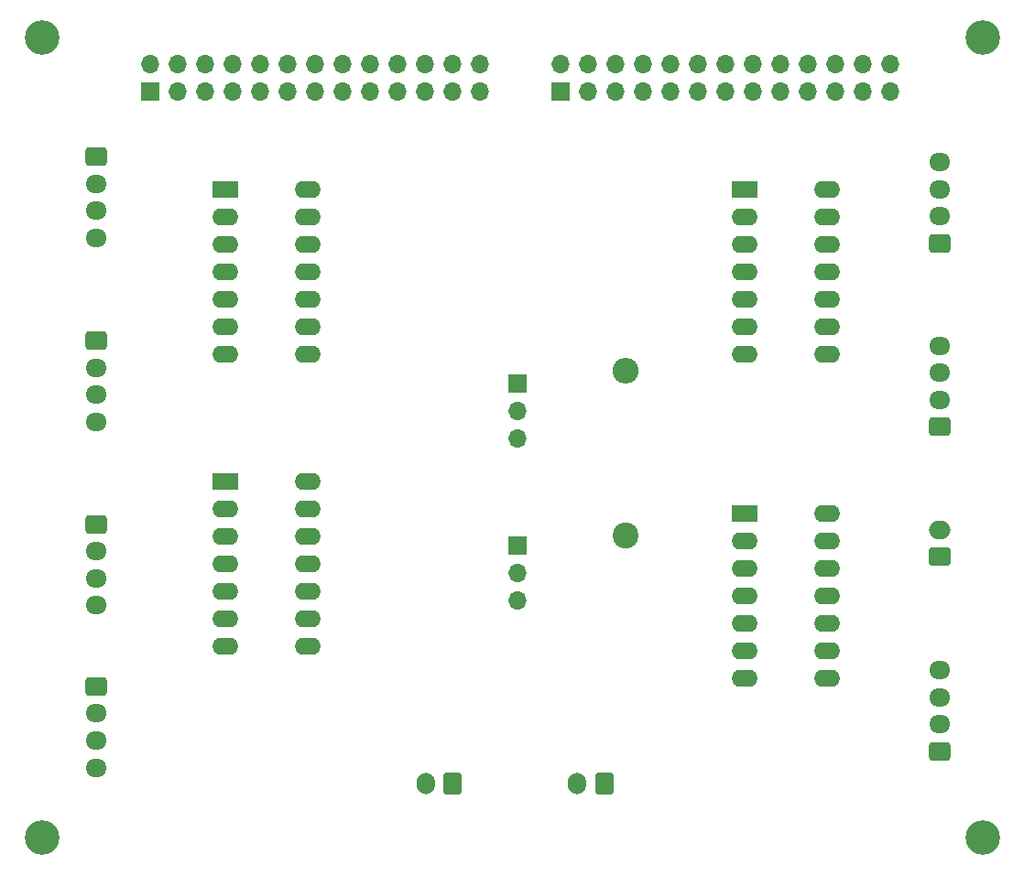
<source format=gbr>
%TF.GenerationSoftware,KiCad,Pcbnew,6.0.6-3a73a75311~116~ubuntu20.04.1*%
%TF.CreationDate,2022-07-30T07:06:59+01:00*%
%TF.ProjectId,blanking_board,626c616e-6b69-46e6-975f-626f6172642e,rev?*%
%TF.SameCoordinates,Original*%
%TF.FileFunction,Soldermask,Bot*%
%TF.FilePolarity,Negative*%
%FSLAX46Y46*%
G04 Gerber Fmt 4.6, Leading zero omitted, Abs format (unit mm)*
G04 Created by KiCad (PCBNEW 6.0.6-3a73a75311~116~ubuntu20.04.1) date 2022-07-30 07:06:59*
%MOMM*%
%LPD*%
G01*
G04 APERTURE LIST*
G04 Aperture macros list*
%AMRoundRect*
0 Rectangle with rounded corners*
0 $1 Rounding radius*
0 $2 $3 $4 $5 $6 $7 $8 $9 X,Y pos of 4 corners*
0 Add a 4 corners polygon primitive as box body*
4,1,4,$2,$3,$4,$5,$6,$7,$8,$9,$2,$3,0*
0 Add four circle primitives for the rounded corners*
1,1,$1+$1,$2,$3*
1,1,$1+$1,$4,$5*
1,1,$1+$1,$6,$7*
1,1,$1+$1,$8,$9*
0 Add four rect primitives between the rounded corners*
20,1,$1+$1,$2,$3,$4,$5,0*
20,1,$1+$1,$4,$5,$6,$7,0*
20,1,$1+$1,$6,$7,$8,$9,0*
20,1,$1+$1,$8,$9,$2,$3,0*%
G04 Aperture macros list end*
%ADD10R,1.700000X1.700000*%
%ADD11O,1.700000X1.700000*%
%ADD12C,2.400000*%
%ADD13O,2.400000X2.400000*%
%ADD14R,2.400000X1.600000*%
%ADD15O,2.400000X1.600000*%
%ADD16RoundRect,0.250000X0.725000X-0.600000X0.725000X0.600000X-0.725000X0.600000X-0.725000X-0.600000X0*%
%ADD17O,1.950000X1.700000*%
%ADD18RoundRect,0.250000X-0.725000X0.600000X-0.725000X-0.600000X0.725000X-0.600000X0.725000X0.600000X0*%
%ADD19RoundRect,0.250000X0.750000X-0.600000X0.750000X0.600000X-0.750000X0.600000X-0.750000X-0.600000X0*%
%ADD20O,2.000000X1.700000*%
%ADD21RoundRect,0.250000X0.600000X0.750000X-0.600000X0.750000X-0.600000X-0.750000X0.600000X-0.750000X0*%
%ADD22O,1.700000X2.000000*%
%ADD23C,3.200000*%
G04 APERTURE END LIST*
D10*
%TO.C,J11*%
X112000000Y-56000000D03*
D11*
X112000000Y-53460000D03*
X114540000Y-56000000D03*
X114540000Y-53460000D03*
X117080000Y-56000000D03*
X117080000Y-53460000D03*
X119620000Y-56000000D03*
X119620000Y-53460000D03*
X122160000Y-56000000D03*
X122160000Y-53460000D03*
X124700000Y-56000000D03*
X124700000Y-53460000D03*
X127240000Y-56000000D03*
X127240000Y-53460000D03*
X129780000Y-56000000D03*
X129780000Y-53460000D03*
X132320000Y-56000000D03*
X132320000Y-53460000D03*
X134860000Y-56000000D03*
X134860000Y-53460000D03*
X137400000Y-56000000D03*
X137400000Y-53460000D03*
X139940000Y-56000000D03*
X139940000Y-53460000D03*
X142480000Y-56000000D03*
X142480000Y-53460000D03*
%TD*%
D10*
%TO.C,J12*%
X150000000Y-56000000D03*
D11*
X150000000Y-53460000D03*
X152540000Y-56000000D03*
X152540000Y-53460000D03*
X155080000Y-56000000D03*
X155080000Y-53460000D03*
X157620000Y-56000000D03*
X157620000Y-53460000D03*
X160160000Y-56000000D03*
X160160000Y-53460000D03*
X162700000Y-56000000D03*
X162700000Y-53460000D03*
X165240000Y-56000000D03*
X165240000Y-53460000D03*
X167780000Y-56000000D03*
X167780000Y-53460000D03*
X170320000Y-56000000D03*
X170320000Y-53460000D03*
X172860000Y-56000000D03*
X172860000Y-53460000D03*
X175400000Y-56000000D03*
X175400000Y-53460000D03*
X177940000Y-56000000D03*
X177940000Y-53460000D03*
X180480000Y-56000000D03*
X180480000Y-53460000D03*
%TD*%
D10*
%TO.C,JP1*%
X146000000Y-83000000D03*
D11*
X146000000Y-85540000D03*
X146000000Y-88080000D03*
%TD*%
D12*
%TO.C,R1*%
X156000000Y-97000000D03*
D13*
X156000000Y-81760000D03*
%TD*%
D14*
%TO.C,U1*%
X167000000Y-95000000D03*
D15*
X167000000Y-97540000D03*
X167000000Y-100080000D03*
X167000000Y-102620000D03*
X167000000Y-105160000D03*
X167000000Y-107700000D03*
X167000000Y-110240000D03*
X174620000Y-110240000D03*
X174620000Y-107700000D03*
X174620000Y-105160000D03*
X174620000Y-102620000D03*
X174620000Y-100080000D03*
X174620000Y-97540000D03*
X174620000Y-95000000D03*
%TD*%
D14*
%TO.C,U2*%
X167000000Y-65000000D03*
D15*
X167000000Y-67540000D03*
X167000000Y-70080000D03*
X167000000Y-72620000D03*
X167000000Y-75160000D03*
X167000000Y-77700000D03*
X167000000Y-80240000D03*
X174620000Y-80240000D03*
X174620000Y-77700000D03*
X174620000Y-75160000D03*
X174620000Y-72620000D03*
X174620000Y-70080000D03*
X174620000Y-67540000D03*
X174620000Y-65000000D03*
%TD*%
D14*
%TO.C,U4*%
X119000000Y-65000000D03*
D15*
X119000000Y-67540000D03*
X119000000Y-70080000D03*
X119000000Y-72620000D03*
X119000000Y-75160000D03*
X119000000Y-77700000D03*
X119000000Y-80240000D03*
X126620000Y-80240000D03*
X126620000Y-77700000D03*
X126620000Y-75160000D03*
X126620000Y-72620000D03*
X126620000Y-70080000D03*
X126620000Y-67540000D03*
X126620000Y-65000000D03*
%TD*%
D16*
%TO.C,J1*%
X185000000Y-70000000D03*
D17*
X185000000Y-67500000D03*
X185000000Y-65000000D03*
X185000000Y-62500000D03*
%TD*%
D16*
%TO.C,J2*%
X185000000Y-87000000D03*
D17*
X185000000Y-84500000D03*
X185000000Y-82000000D03*
X185000000Y-79500000D03*
%TD*%
D18*
%TO.C,J3*%
X107000000Y-96000000D03*
D17*
X107000000Y-98500000D03*
X107000000Y-101000000D03*
X107000000Y-103500000D03*
%TD*%
D19*
%TO.C,J4*%
X185000000Y-99000000D03*
D20*
X185000000Y-96500000D03*
%TD*%
D18*
%TO.C,J5*%
X107000000Y-62000000D03*
D17*
X107000000Y-64500000D03*
X107000000Y-67000000D03*
X107000000Y-69500000D03*
%TD*%
D18*
%TO.C,J6*%
X107000000Y-111000000D03*
D17*
X107000000Y-113500000D03*
X107000000Y-116000000D03*
X107000000Y-118500000D03*
%TD*%
D18*
%TO.C,J7*%
X107000000Y-79000000D03*
D17*
X107000000Y-81500000D03*
X107000000Y-84000000D03*
X107000000Y-86500000D03*
%TD*%
D16*
%TO.C,J8*%
X185000000Y-117000000D03*
D17*
X185000000Y-114500000D03*
X185000000Y-112000000D03*
X185000000Y-109500000D03*
%TD*%
D21*
%TO.C,J9*%
X140000000Y-120000000D03*
D22*
X137500000Y-120000000D03*
%TD*%
D21*
%TO.C,J10*%
X154000000Y-120000000D03*
D22*
X151500000Y-120000000D03*
%TD*%
D14*
%TO.C,U3*%
X119000000Y-92000000D03*
D15*
X119000000Y-94540000D03*
X119000000Y-97080000D03*
X119000000Y-99620000D03*
X119000000Y-102160000D03*
X119000000Y-104700000D03*
X119000000Y-107240000D03*
X126620000Y-107240000D03*
X126620000Y-104700000D03*
X126620000Y-102160000D03*
X126620000Y-99620000D03*
X126620000Y-97080000D03*
X126620000Y-94540000D03*
X126620000Y-92000000D03*
%TD*%
D23*
%TO.C,H1*%
X102000000Y-51000000D03*
%TD*%
%TO.C,H2*%
X102000000Y-125000000D03*
%TD*%
%TO.C,H3*%
X189000000Y-125000000D03*
%TD*%
%TO.C,H4*%
X189000000Y-51000000D03*
%TD*%
D10*
%TO.C,JP2*%
X146000000Y-98000000D03*
D11*
X146000000Y-100540000D03*
X146000000Y-103080000D03*
%TD*%
M02*

</source>
